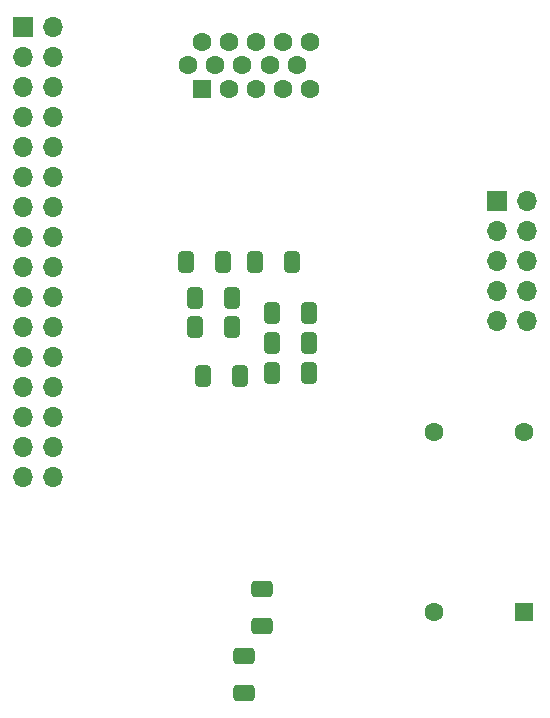
<source format=gbs>
G04 #@! TF.GenerationSoftware,KiCad,Pcbnew,(6.0.1-0)*
G04 #@! TF.CreationDate,2022-03-29T21:42:36-04:00*
G04 #@! TF.ProjectId,G76 Mini,47373620-4d69-46e6-992e-6b696361645f,rev?*
G04 #@! TF.SameCoordinates,Original*
G04 #@! TF.FileFunction,Soldermask,Bot*
G04 #@! TF.FilePolarity,Negative*
%FSLAX46Y46*%
G04 Gerber Fmt 4.6, Leading zero omitted, Abs format (unit mm)*
G04 Created by KiCad (PCBNEW (6.0.1-0)) date 2022-03-29 21:42:36*
%MOMM*%
%LPD*%
G01*
G04 APERTURE LIST*
G04 Aperture macros list*
%AMRoundRect*
0 Rectangle with rounded corners*
0 $1 Rounding radius*
0 $2 $3 $4 $5 $6 $7 $8 $9 X,Y pos of 4 corners*
0 Add a 4 corners polygon primitive as box body*
4,1,4,$2,$3,$4,$5,$6,$7,$8,$9,$2,$3,0*
0 Add four circle primitives for the rounded corners*
1,1,$1+$1,$2,$3*
1,1,$1+$1,$4,$5*
1,1,$1+$1,$6,$7*
1,1,$1+$1,$8,$9*
0 Add four rect primitives between the rounded corners*
20,1,$1+$1,$2,$3,$4,$5,0*
20,1,$1+$1,$4,$5,$6,$7,0*
20,1,$1+$1,$6,$7,$8,$9,0*
20,1,$1+$1,$8,$9,$2,$3,0*%
G04 Aperture macros list end*
%ADD10R,1.600000X1.600000*%
%ADD11C,1.600000*%
%ADD12R,1.700000X1.700000*%
%ADD13O,1.700000X1.700000*%
%ADD14RoundRect,0.250000X0.412500X0.650000X-0.412500X0.650000X-0.412500X-0.650000X0.412500X-0.650000X0*%
%ADD15RoundRect,0.250000X-0.412500X-0.650000X0.412500X-0.650000X0.412500X0.650000X-0.412500X0.650000X0*%
%ADD16RoundRect,0.250000X-0.650000X0.412500X-0.650000X-0.412500X0.650000X-0.412500X0.650000X0.412500X0*%
%ADD17RoundRect,0.250000X0.650000X-0.412500X0.650000X0.412500X-0.650000X0.412500X-0.650000X-0.412500X0*%
G04 APERTURE END LIST*
D10*
X126746000Y-102743000D03*
D11*
X126746000Y-87503000D03*
X119126000Y-87503000D03*
X119126000Y-102743000D03*
D10*
X99459000Y-58479331D03*
D11*
X101749000Y-58479331D03*
X104039000Y-58479331D03*
X106329000Y-58479331D03*
X108619000Y-58479331D03*
X98314000Y-56499331D03*
X100604000Y-56499331D03*
X102894000Y-56499331D03*
X105184000Y-56499331D03*
X107474000Y-56499331D03*
X99459000Y-54519331D03*
X101749000Y-54519331D03*
X104039000Y-54519331D03*
X106329000Y-54519331D03*
X108619000Y-54519331D03*
D12*
X124460000Y-67945000D03*
D13*
X127000000Y-67945000D03*
X124460000Y-70485000D03*
X127000000Y-70485000D03*
X124460000Y-73025000D03*
X127000000Y-73025000D03*
X124460000Y-75565000D03*
X127000000Y-75565000D03*
X124460000Y-78105000D03*
X127000000Y-78105000D03*
D12*
X84323000Y-53213000D03*
D13*
X86863000Y-53213000D03*
X84323000Y-55753000D03*
X86863000Y-55753000D03*
X84323000Y-58293000D03*
X86863000Y-58293000D03*
X84323000Y-60833000D03*
X86863000Y-60833000D03*
X84323000Y-63373000D03*
X86863000Y-63373000D03*
X84323000Y-65913000D03*
X86863000Y-65913000D03*
X84323000Y-68453000D03*
X86863000Y-68453000D03*
X84323000Y-70993000D03*
X86863000Y-70993000D03*
X84323000Y-73533000D03*
X86863000Y-73533000D03*
X84323000Y-76073000D03*
X86863000Y-76073000D03*
X84323000Y-78613000D03*
X86863000Y-78613000D03*
X84323000Y-81153000D03*
X86863000Y-81153000D03*
X84323000Y-83693000D03*
X86863000Y-83693000D03*
X84323000Y-86233000D03*
X86863000Y-86233000D03*
X84323000Y-88773000D03*
X86863000Y-88773000D03*
X84323000Y-91313000D03*
X86863000Y-91313000D03*
D14*
X107099500Y-73152000D03*
X103974500Y-73152000D03*
X101257500Y-73152000D03*
X98132500Y-73152000D03*
X108496500Y-77470000D03*
X105371500Y-77470000D03*
D15*
X99529500Y-82804000D03*
X102654500Y-82804000D03*
D14*
X108496500Y-82550000D03*
X105371500Y-82550000D03*
D15*
X98894500Y-78613000D03*
X102019500Y-78613000D03*
X98894500Y-76200000D03*
X102019500Y-76200000D03*
D16*
X102997000Y-106514500D03*
X102997000Y-109639500D03*
D17*
X104521000Y-103924500D03*
X104521000Y-100799500D03*
D14*
X108496500Y-80010000D03*
X105371500Y-80010000D03*
M02*

</source>
